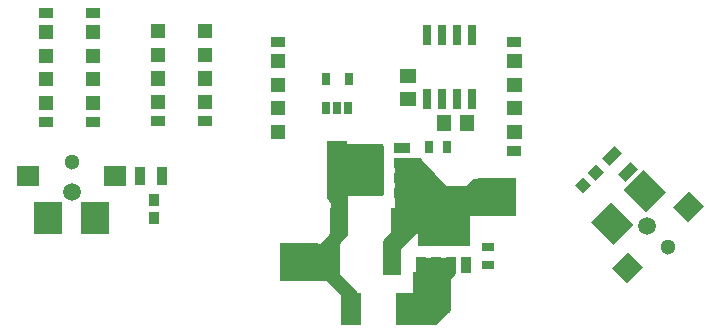
<source format=gbr>
G04 #@! TF.FileFunction,Soldermask,Top*
%FSLAX46Y46*%
G04 Gerber Fmt 4.6, Leading zero omitted, Abs format (unit mm)*
G04 Created by KiCad (PCBNEW 4.0.0-rc2-stable) date 2016-09-06 13:17:37*
%MOMM*%
G01*
G04 APERTURE LIST*
%ADD10C,0.100000*%
%ADD11R,1.900000X1.800000*%
%ADD12R,2.400000X2.700000*%
%ADD13R,0.950000X1.000000*%
%ADD14R,0.700000X1.100000*%
%ADD15R,1.100000X0.700000*%
%ADD16R,1.200000X1.450000*%
%ADD17R,1.450000X1.200000*%
%ADD18C,1.500000*%
%ADD19C,1.300000*%
%ADD20R,1.200000X0.950000*%
%ADD21R,3.200000X3.200000*%
%ADD22R,1.350000X0.900000*%
%ADD23R,3.300000X4.400000*%
%ADD24R,1.700000X4.900000*%
%ADD25R,0.900000X1.350000*%
%ADD26R,4.400000X3.300000*%
%ADD27R,4.900000X1.700000*%
%ADD28R,0.800000X1.100000*%
%ADD29R,0.800000X1.720000*%
%ADD30R,1.700000X2.700000*%
%ADD31R,1.600000X2.300000*%
%ADD32R,0.900000X1.500000*%
%ADD33C,0.254000*%
G04 APERTURE END LIST*
D10*
D11*
X110350000Y-82750000D03*
X117650000Y-82750000D03*
D12*
X115950000Y-86300000D03*
X112050000Y-86300000D03*
D10*
G36*
X157301992Y-84194759D02*
X156630241Y-83523008D01*
X157337348Y-82815901D01*
X158009099Y-83487652D01*
X157301992Y-84194759D01*
X157301992Y-84194759D01*
G37*
G36*
X158362652Y-83134099D02*
X157690901Y-82462348D01*
X158398008Y-81755241D01*
X159069759Y-82426992D01*
X158362652Y-83134099D01*
X158362652Y-83134099D01*
G37*
D13*
X121000000Y-86250000D03*
X121000000Y-84750000D03*
D14*
X144250000Y-80250000D03*
X145750000Y-80250000D03*
D15*
X149250000Y-90250000D03*
X149250000Y-88750000D03*
D16*
X145500000Y-78250000D03*
X147500000Y-78250000D03*
D17*
X142500000Y-74250000D03*
X142500000Y-76250000D03*
D10*
G36*
X115250000Y-77150000D02*
X115250000Y-75950000D01*
X116450000Y-75950000D01*
X116450000Y-77150000D01*
X115250000Y-77150000D01*
X115250000Y-77150000D01*
G37*
G36*
X115250000Y-73150000D02*
X115250000Y-71950000D01*
X116450000Y-71950000D01*
X116450000Y-73150000D01*
X115250000Y-73150000D01*
X115250000Y-73150000D01*
G37*
G36*
X111250000Y-77150000D02*
X111250000Y-75950000D01*
X112450000Y-75950000D01*
X112450000Y-77150000D01*
X111250000Y-77150000D01*
X111250000Y-77150000D01*
G37*
G36*
X111250000Y-73150000D02*
X111250000Y-71950000D01*
X112450000Y-71950000D01*
X112450000Y-73150000D01*
X111250000Y-73150000D01*
X111250000Y-73150000D01*
G37*
D18*
X162725000Y-86975000D03*
D19*
X164500000Y-88750000D03*
D18*
X114000000Y-84050000D03*
D20*
X111850000Y-78175000D03*
X131500000Y-71375000D03*
X111850000Y-68925000D03*
X151500000Y-80625000D03*
X115850000Y-68925000D03*
X125325000Y-78100000D03*
X151500000Y-71375000D03*
X115850000Y-78175000D03*
X121325000Y-78100000D03*
D19*
X114000000Y-81550000D03*
D21*
X144500000Y-92500000D03*
X133250000Y-90000000D03*
X150000000Y-84500000D03*
D10*
G36*
X150900000Y-75600000D02*
X150900000Y-74400000D01*
X152100000Y-74400000D01*
X152100000Y-75600000D01*
X150900000Y-75600000D01*
X150900000Y-75600000D01*
G37*
G36*
X150900000Y-77600000D02*
X150900000Y-76400000D01*
X152100000Y-76400000D01*
X152100000Y-77600000D01*
X150900000Y-77600000D01*
X150900000Y-77600000D01*
G37*
G36*
X150900000Y-73600000D02*
X150900000Y-72400000D01*
X152100000Y-72400000D01*
X152100000Y-73600000D01*
X150900000Y-73600000D01*
X150900000Y-73600000D01*
G37*
G36*
X150900000Y-79600000D02*
X150900000Y-78400000D01*
X152100000Y-78400000D01*
X152100000Y-79600000D01*
X150900000Y-79600000D01*
X150900000Y-79600000D01*
G37*
G36*
X130900000Y-79600000D02*
X130900000Y-78400000D01*
X132100000Y-78400000D01*
X132100000Y-79600000D01*
X130900000Y-79600000D01*
X130900000Y-79600000D01*
G37*
G36*
X130900000Y-77600000D02*
X130900000Y-76400000D01*
X132100000Y-76400000D01*
X132100000Y-77600000D01*
X130900000Y-77600000D01*
X130900000Y-77600000D01*
G37*
G36*
X130900000Y-75600000D02*
X130900000Y-74400000D01*
X132100000Y-74400000D01*
X132100000Y-75600000D01*
X130900000Y-75600000D01*
X130900000Y-75600000D01*
G37*
G36*
X130900000Y-73600000D02*
X130900000Y-72400000D01*
X132100000Y-72400000D01*
X132100000Y-73600000D01*
X130900000Y-73600000D01*
X130900000Y-73600000D01*
G37*
G36*
X115250000Y-75150000D02*
X115250000Y-73950000D01*
X116450000Y-73950000D01*
X116450000Y-75150000D01*
X115250000Y-75150000D01*
X115250000Y-75150000D01*
G37*
G36*
X115250000Y-77150000D02*
X115250000Y-75950000D01*
X116450000Y-75950000D01*
X116450000Y-77150000D01*
X115250000Y-77150000D01*
X115250000Y-77150000D01*
G37*
G36*
X111250000Y-71150000D02*
X111250000Y-69950000D01*
X112450000Y-69950000D01*
X112450000Y-71150000D01*
X111250000Y-71150000D01*
X111250000Y-71150000D01*
G37*
G36*
X115250000Y-73150000D02*
X115250000Y-71950000D01*
X116450000Y-71950000D01*
X116450000Y-73150000D01*
X115250000Y-73150000D01*
X115250000Y-73150000D01*
G37*
G36*
X111250000Y-75150000D02*
X111250000Y-73950000D01*
X112450000Y-73950000D01*
X112450000Y-75150000D01*
X111250000Y-75150000D01*
X111250000Y-75150000D01*
G37*
G36*
X111250000Y-77150000D02*
X111250000Y-75950000D01*
X112450000Y-75950000D01*
X112450000Y-77150000D01*
X111250000Y-77150000D01*
X111250000Y-77150000D01*
G37*
G36*
X115250000Y-71150000D02*
X115250000Y-69950000D01*
X116450000Y-69950000D01*
X116450000Y-71150000D01*
X115250000Y-71150000D01*
X115250000Y-71150000D01*
G37*
G36*
X111250000Y-73150000D02*
X111250000Y-71950000D01*
X112450000Y-71950000D01*
X112450000Y-73150000D01*
X111250000Y-73150000D01*
X111250000Y-73150000D01*
G37*
G36*
X121925000Y-75875000D02*
X121925000Y-77075000D01*
X120725000Y-77075000D01*
X120725000Y-75875000D01*
X121925000Y-75875000D01*
X121925000Y-75875000D01*
G37*
G36*
X121925000Y-73875000D02*
X121925000Y-75075000D01*
X120725000Y-75075000D01*
X120725000Y-73875000D01*
X121925000Y-73875000D01*
X121925000Y-73875000D01*
G37*
G36*
X121925000Y-69875000D02*
X121925000Y-71075000D01*
X120725000Y-71075000D01*
X120725000Y-69875000D01*
X121925000Y-69875000D01*
X121925000Y-69875000D01*
G37*
G36*
X125925000Y-71875000D02*
X125925000Y-73075000D01*
X124725000Y-73075000D01*
X124725000Y-71875000D01*
X125925000Y-71875000D01*
X125925000Y-71875000D01*
G37*
G36*
X125925000Y-73875000D02*
X125925000Y-75075000D01*
X124725000Y-75075000D01*
X124725000Y-73875000D01*
X125925000Y-73875000D01*
X125925000Y-73875000D01*
G37*
G36*
X125925000Y-75875000D02*
X125925000Y-77075000D01*
X124725000Y-77075000D01*
X124725000Y-75875000D01*
X125925000Y-75875000D01*
X125925000Y-75875000D01*
G37*
G36*
X121925000Y-71875000D02*
X121925000Y-73075000D01*
X120725000Y-73075000D01*
X120725000Y-71875000D01*
X121925000Y-71875000D01*
X121925000Y-71875000D01*
G37*
G36*
X125925000Y-69875000D02*
X125925000Y-71075000D01*
X124725000Y-71075000D01*
X124725000Y-69875000D01*
X125925000Y-69875000D01*
X125925000Y-69875000D01*
G37*
D22*
X141975000Y-81615000D03*
X141975000Y-82885000D03*
X141975000Y-80345000D03*
X141975000Y-84155000D03*
D23*
X138800000Y-82250000D03*
D24*
X136500000Y-82250000D03*
D25*
X146135000Y-90225000D03*
X144865000Y-90225000D03*
X147405000Y-90225000D03*
X143595000Y-90225000D03*
D26*
X145500000Y-87050000D03*
D27*
X145500000Y-84750000D03*
D10*
G36*
X166266295Y-84010912D02*
X167539088Y-85283705D01*
X166195585Y-86627208D01*
X164922792Y-85354415D01*
X166266295Y-84010912D01*
X166266295Y-84010912D01*
G37*
G36*
X161104415Y-89172792D02*
X162377208Y-90445585D01*
X161033705Y-91789088D01*
X159760912Y-90516295D01*
X161104415Y-89172792D01*
X161104415Y-89172792D01*
G37*
G36*
X159654847Y-84965507D02*
X161564035Y-86874695D01*
X159866979Y-88571751D01*
X157957791Y-86662563D01*
X159654847Y-84965507D01*
X159654847Y-84965507D01*
G37*
G36*
X162412563Y-82207791D02*
X164321751Y-84116979D01*
X162624695Y-85814035D01*
X160715507Y-83904847D01*
X162412563Y-82207791D01*
X162412563Y-82207791D01*
G37*
D28*
X136500000Y-76950000D03*
X137450000Y-76950000D03*
X135550000Y-76950000D03*
X135550000Y-74550000D03*
X137500000Y-74550000D03*
D29*
X144095000Y-76240000D03*
X145365000Y-76240000D03*
X146635000Y-76240000D03*
X147905000Y-76240000D03*
X147905000Y-70760000D03*
X146635000Y-70760000D03*
X145365000Y-70760000D03*
X144095000Y-70760000D03*
D10*
G36*
X115250000Y-77150000D02*
X115250000Y-75950000D01*
X116450000Y-75950000D01*
X116450000Y-77150000D01*
X115250000Y-77150000D01*
X115250000Y-77150000D01*
G37*
G36*
X115250000Y-73150000D02*
X115250000Y-71950000D01*
X116450000Y-71950000D01*
X116450000Y-73150000D01*
X115250000Y-73150000D01*
X115250000Y-73150000D01*
G37*
G36*
X111250000Y-77150000D02*
X111250000Y-75950000D01*
X112450000Y-75950000D01*
X112450000Y-77150000D01*
X111250000Y-77150000D01*
X111250000Y-77150000D01*
G37*
G36*
X111250000Y-73150000D02*
X111250000Y-71950000D01*
X112450000Y-71950000D01*
X112450000Y-73150000D01*
X111250000Y-73150000D01*
X111250000Y-73150000D01*
G37*
D30*
X137700000Y-94000000D03*
X142300000Y-94000000D03*
D31*
X141850000Y-86500000D03*
X136650000Y-86500000D03*
X141100000Y-90000000D03*
X135900000Y-90000000D03*
D10*
G36*
X115250000Y-77150000D02*
X115250000Y-75950000D01*
X116450000Y-75950000D01*
X116450000Y-77150000D01*
X115250000Y-77150000D01*
X115250000Y-77150000D01*
G37*
G36*
X115250000Y-73150000D02*
X115250000Y-71950000D01*
X116450000Y-71950000D01*
X116450000Y-73150000D01*
X115250000Y-73150000D01*
X115250000Y-73150000D01*
G37*
G36*
X111250000Y-77150000D02*
X111250000Y-75950000D01*
X112450000Y-75950000D01*
X112450000Y-77150000D01*
X111250000Y-77150000D01*
X111250000Y-77150000D01*
G37*
G36*
X111250000Y-73150000D02*
X111250000Y-71950000D01*
X112450000Y-71950000D01*
X112450000Y-73150000D01*
X111250000Y-73150000D01*
X111250000Y-73150000D01*
G37*
D32*
X121700000Y-82750000D03*
X119800000Y-82750000D03*
D10*
G36*
X158929721Y-81240381D02*
X159990381Y-80179721D01*
X160626777Y-80816117D01*
X159566117Y-81876777D01*
X158929721Y-81240381D01*
X158929721Y-81240381D01*
G37*
G36*
X160273223Y-82583883D02*
X161333883Y-81523223D01*
X161970279Y-82159619D01*
X160909619Y-83220279D01*
X160273223Y-82583883D01*
X160273223Y-82583883D01*
G37*
D33*
G36*
X137173000Y-80100000D02*
X137183006Y-80149410D01*
X137211447Y-80191035D01*
X137253841Y-80218315D01*
X137300000Y-80227000D01*
X140273000Y-80227000D01*
X140273000Y-84273000D01*
X137400000Y-84273000D01*
X137350590Y-84283006D01*
X137308965Y-84311447D01*
X137281685Y-84353841D01*
X137273000Y-84400000D01*
X137273000Y-87599778D01*
X136557349Y-88363139D01*
X136530855Y-88406029D01*
X136523000Y-88450000D01*
X136523000Y-91050000D01*
X136533006Y-91099410D01*
X136561681Y-91141262D01*
X138073000Y-92603829D01*
X138073000Y-92700000D01*
X138083006Y-92749410D01*
X138111447Y-92791035D01*
X138153841Y-92818315D01*
X138200000Y-92827000D01*
X138373000Y-92827000D01*
X138373000Y-95173000D01*
X137027000Y-95173000D01*
X137027000Y-92900000D01*
X137016994Y-92850590D01*
X136989803Y-92810197D01*
X135639803Y-91460197D01*
X135597789Y-91432334D01*
X135550000Y-91423000D01*
X131777000Y-91423000D01*
X131777000Y-88577000D01*
X135000000Y-88577000D01*
X135049410Y-88566994D01*
X135089803Y-88539803D01*
X135989803Y-87639803D01*
X136017666Y-87597789D01*
X136027000Y-87550000D01*
X136027000Y-84950000D01*
X136016994Y-84900590D01*
X135999170Y-84870664D01*
X135827000Y-84655452D01*
X135827000Y-79977000D01*
X137173000Y-79977000D01*
X137173000Y-80100000D01*
X137173000Y-80100000D01*
G37*
X137173000Y-80100000D02*
X137183006Y-80149410D01*
X137211447Y-80191035D01*
X137253841Y-80218315D01*
X137300000Y-80227000D01*
X140273000Y-80227000D01*
X140273000Y-84273000D01*
X137400000Y-84273000D01*
X137350590Y-84283006D01*
X137308965Y-84311447D01*
X137281685Y-84353841D01*
X137273000Y-84400000D01*
X137273000Y-87599778D01*
X136557349Y-88363139D01*
X136530855Y-88406029D01*
X136523000Y-88450000D01*
X136523000Y-91050000D01*
X136533006Y-91099410D01*
X136561681Y-91141262D01*
X138073000Y-92603829D01*
X138073000Y-92700000D01*
X138083006Y-92749410D01*
X138111447Y-92791035D01*
X138153841Y-92818315D01*
X138200000Y-92827000D01*
X138373000Y-92827000D01*
X138373000Y-95173000D01*
X137027000Y-95173000D01*
X137027000Y-92900000D01*
X137016994Y-92850590D01*
X136989803Y-92810197D01*
X135639803Y-91460197D01*
X135597789Y-91432334D01*
X135550000Y-91423000D01*
X131777000Y-91423000D01*
X131777000Y-88577000D01*
X135000000Y-88577000D01*
X135049410Y-88566994D01*
X135089803Y-88539803D01*
X135989803Y-87639803D01*
X136017666Y-87597789D01*
X136027000Y-87550000D01*
X136027000Y-84950000D01*
X136016994Y-84900590D01*
X135999170Y-84870664D01*
X135827000Y-84655452D01*
X135827000Y-79977000D01*
X137173000Y-79977000D01*
X137173000Y-80100000D01*
G36*
X146423000Y-90751857D02*
X146408965Y-90761447D01*
X146381685Y-90803841D01*
X146373000Y-90850000D01*
X146373000Y-90901265D01*
X145955602Y-91365041D01*
X145929985Y-91408461D01*
X145923000Y-91450000D01*
X145923000Y-94095805D01*
X144798970Y-95173000D01*
X141627000Y-95173000D01*
X141627000Y-92827000D01*
X142950000Y-92827000D01*
X142999410Y-92816994D01*
X143041035Y-92788553D01*
X143068315Y-92746159D01*
X143077000Y-92700000D01*
X143077000Y-91077000D01*
X143200000Y-91077000D01*
X143249410Y-91066994D01*
X143291035Y-91038553D01*
X143318315Y-90996159D01*
X143327000Y-90950000D01*
X143327000Y-89727000D01*
X146423000Y-89727000D01*
X146423000Y-90751857D01*
X146423000Y-90751857D01*
G37*
X146423000Y-90751857D02*
X146408965Y-90761447D01*
X146381685Y-90803841D01*
X146373000Y-90850000D01*
X146373000Y-90901265D01*
X145955602Y-91365041D01*
X145929985Y-91408461D01*
X145923000Y-91450000D01*
X145923000Y-94095805D01*
X144798970Y-95173000D01*
X141627000Y-95173000D01*
X141627000Y-92827000D01*
X142950000Y-92827000D01*
X142999410Y-92816994D01*
X143041035Y-92788553D01*
X143068315Y-92746159D01*
X143077000Y-92700000D01*
X143077000Y-91077000D01*
X143200000Y-91077000D01*
X143249410Y-91066994D01*
X143291035Y-91038553D01*
X143318315Y-90996159D01*
X143327000Y-90950000D01*
X143327000Y-89727000D01*
X146423000Y-89727000D01*
X146423000Y-90751857D01*
G36*
X145557223Y-83586726D02*
X145598274Y-83615989D01*
X145650000Y-83627000D01*
X147500000Y-83627000D01*
X147549410Y-83616994D01*
X147589803Y-83589803D01*
X148102606Y-83077000D01*
X151423000Y-83077000D01*
X151423000Y-85923000D01*
X147750000Y-85923000D01*
X147700590Y-85933006D01*
X147660197Y-85960197D01*
X147560197Y-86060197D01*
X147532334Y-86102211D01*
X147523000Y-86150000D01*
X147523000Y-88523000D01*
X143477000Y-88523000D01*
X143477000Y-87600000D01*
X143466994Y-87550590D01*
X143438553Y-87508965D01*
X143396159Y-87481685D01*
X143350000Y-87473000D01*
X143200000Y-87473000D01*
X143150590Y-87483006D01*
X143110197Y-87510197D01*
X141760197Y-88860197D01*
X141732334Y-88902211D01*
X141723000Y-88950000D01*
X141723000Y-90973000D01*
X140477000Y-90973000D01*
X140477000Y-88202606D01*
X141189803Y-87489803D01*
X141217666Y-87447789D01*
X141227000Y-87400000D01*
X141227000Y-85527000D01*
X141350000Y-85527000D01*
X141399410Y-85516994D01*
X141441035Y-85488553D01*
X141468315Y-85446159D01*
X141477000Y-85400000D01*
X141477000Y-81327000D01*
X143444870Y-81327000D01*
X145557223Y-83586726D01*
X145557223Y-83586726D01*
G37*
X145557223Y-83586726D02*
X145598274Y-83615989D01*
X145650000Y-83627000D01*
X147500000Y-83627000D01*
X147549410Y-83616994D01*
X147589803Y-83589803D01*
X148102606Y-83077000D01*
X151423000Y-83077000D01*
X151423000Y-85923000D01*
X147750000Y-85923000D01*
X147700590Y-85933006D01*
X147660197Y-85960197D01*
X147560197Y-86060197D01*
X147532334Y-86102211D01*
X147523000Y-86150000D01*
X147523000Y-88523000D01*
X143477000Y-88523000D01*
X143477000Y-87600000D01*
X143466994Y-87550590D01*
X143438553Y-87508965D01*
X143396159Y-87481685D01*
X143350000Y-87473000D01*
X143200000Y-87473000D01*
X143150590Y-87483006D01*
X143110197Y-87510197D01*
X141760197Y-88860197D01*
X141732334Y-88902211D01*
X141723000Y-88950000D01*
X141723000Y-90973000D01*
X140477000Y-90973000D01*
X140477000Y-88202606D01*
X141189803Y-87489803D01*
X141217666Y-87447789D01*
X141227000Y-87400000D01*
X141227000Y-85527000D01*
X141350000Y-85527000D01*
X141399410Y-85516994D01*
X141441035Y-85488553D01*
X141468315Y-85446159D01*
X141477000Y-85400000D01*
X141477000Y-81327000D01*
X143444870Y-81327000D01*
X145557223Y-83586726D01*
M02*

</source>
